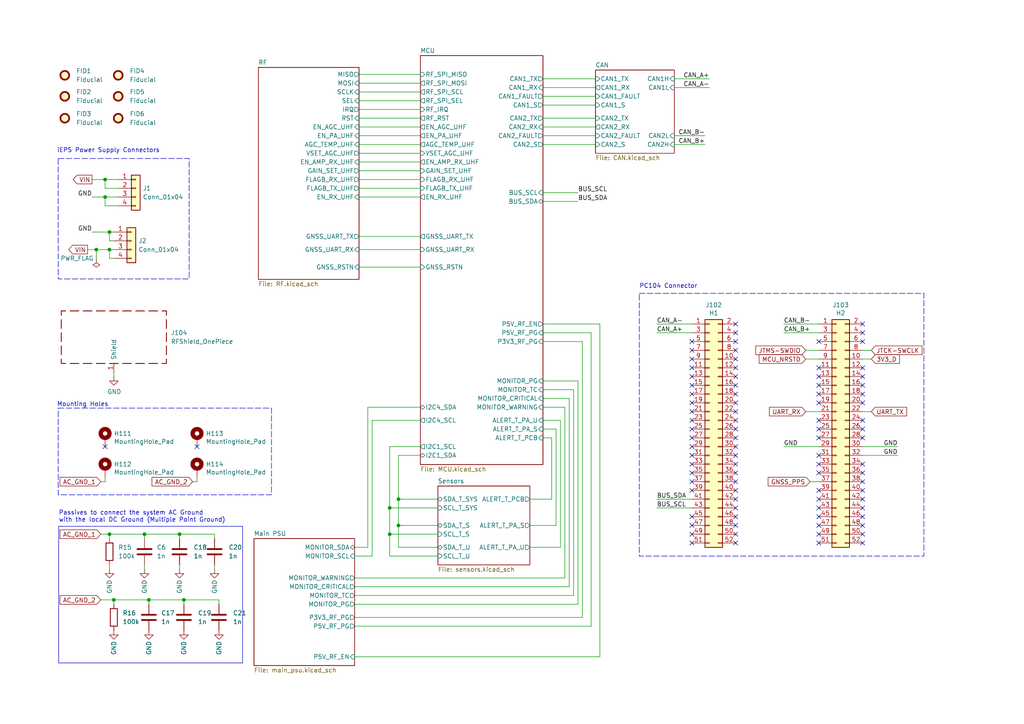
<source format=kicad_sch>
(kicad_sch (version 20230121) (generator eeschema)
  (paper "A4")
  (title_block (title "SatNOGS COMMS") (date "2020-02-20") (company "Libre Space Foundation") (comment 1 "CERN OHL version 1.2"))
  (lib_symbols
    (symbol "Connector_Generic:Conn_01x04" (pin_names (offset 1.016) hide)
      (property "Reference" "J" (at 0 5.08 0))
      (property "Value" "Conn_01x04" (at 0 -7.62 0))
      (symbol "Conn_01x04_1_1"
        (rectangle (start -1.27 -4.953) (end 0 -5.207) (stroke (width 0.1524)))
        (rectangle (start -1.27 -2.413) (end 0 -2.667) (stroke (width 0.1524)))
        (rectangle (start -1.27 0.127) (end 0 -0.127) (stroke (width 0.1524)))
        (rectangle (start -1.27 2.667) (end 0 2.413) (stroke (width 0.1524)))
        (rectangle (start -1.27 3.81) (end 1.27 -6.35) (stroke (width 0.254)) (fill (type background)))
        (pin passive line (at -5.08 2.54 0) (length 3.81) (name "Pin_1") (number "1"))
        (pin passive line (at -5.08 0 0) (length 3.81) (name "Pin_2") (number "2"))
        (pin passive line (at -5.08 -2.54 0) (length 3.81) (name "Pin_3") (number "3"))
        (pin passive line (at -5.08 -5.08 0) (length 3.81) (name "Pin_4") (number "4"))
      )
    )
    (symbol "Connector_Generic:Conn_02x26_Odd_Even" (pin_names (offset 1.016) hide)
      (property "Reference" "J" (at 1.27 33.02 0))
      (property "Value" "Conn_02x26_Odd_Even" (at 1.27 -35.56 0))
      (symbol "Conn_02x26_Odd_Even_1_1"
        (rectangle (start -1.27 -32.893) (end 0 -33.147) (stroke (width 0.1524)))
        (rectangle (start -1.27 -30.353) (end 0 -30.607) (stroke (width 0.1524)))
        (rectangle (start -1.27 -27.813) (end 0 -28.067) (stroke (width 0.1524)))
        (rectangle (start -1.27 -25.273) (end 0 -25.527) (stroke (width 0.1524)))
        (rectangle (start -1.27 -22.733) (end 0 -22.987) (stroke (width 0.1524)))
        (rectangle (start -1.27 -20.193) (end 0 -20.447) (stroke (width 0.1524)))
        (rectangle (start -1.27 -17.653) (end 0 -17.907) (stroke (width 0.1524)))
        (rectangle (start -1.27 -15.113) (end 0 -15.367) (stroke (width 0.1524)))
        (rectangle (start -1.27 -12.573) (end 0 -12.827) (stroke (width 0.1524)))
        (rectangle (start -1.27 -10.033) (end 0 -10.287) (stroke (width 0.1524)))
        (rectangle (start -1.27 -7.493) (end 0 -7.747) (stroke (width 0.1524)))
        (rectangle (start -1.27 -4.953) (end 0 -5.207) (stroke (width 0.1524)))
        (rectangle (start -1.27 -2.413) (end 0 -2.667) (stroke (width 0.1524)))
        (rectangle (start -1.27 0.127) (end 0 -0.127) (stroke (width 0.1524)))
        (rectangle (start -1.27 2.667) (end 0 2.413) (stroke (width 0.1524)))
        (rectangle (start -1.27 5.207) (end 0 4.953) (stroke (width 0.1524)))
        (rectangle (start -1.27 7.747) (end 0 7.493) (stroke (width 0.1524)))
        (rectangle (start -1.27 10.287) (end 0 10.033) (stroke (width 0.1524)))
        (rectangle (start -1.27 12.827) (end 0 12.573) (stroke (width 0.1524)))
        (rectangle (start -1.27 15.367) (end 0 15.113) (stroke (width 0.1524)))
        (rectangle (start -1.27 17.907) (end 0 17.653) (stroke (width 0.1524)))
        (rectangle (start -1.27 20.447) (end 0 20.193) (stroke (width 0.1524)))
        (rectangle (start -1.27 22.987) (end 0 22.733) (stroke (width 0.1524)))
        (rectangle (start -1.27 25.527) (end 0 25.273) (stroke (width 0.1524)))
        (rectangle (start -1.27 28.067) (end 0 27.813) (stroke (width 0.1524)))
        (rectangle (start -1.27 30.607) (end 0 30.353) (stroke (width 0.1524)))
        (rectangle (start -1.27 31.75) (end 3.81 -34.29) (stroke (width 0.254)) (fill (type background)))
        (rectangle (start 3.81 -32.893) (end 2.54 -33.147) (stroke (width 0.1524)))
        (rectangle (start 3.81 -30.353) (end 2.54 -30.607) (stroke (width 0.1524)))
        (rectangle (start 3.81 -27.813) (end 2.54 -28.067) (stroke (width 0.1524)))
        (rectangle (start 3.81 -25.273) (end 2.54 -25.527) (stroke (width 0.1524)))
        (rectangle (start 3.81 -22.733) (end 2.54 -22.987) (stroke (width 0.1524)))
        (rectangle (start 3.81 -20.193) (end 2.54 -20.447) (stroke (width 0.1524)))
        (rectangle (start 3.81 -17.653) (end 2.54 -17.907) (stroke (width 0.1524)))
        (rectangle (start 3.81 -15.113) (end 2.54 -15.367) (stroke (width 0.1524)))
        (rectangle (start 3.81 -12.573) (end 2.54 -12.827) (stroke (width 0.1524)))
        (rectangle (start 3.81 -10.033) (end 2.54 -10.287) (stroke (width 0.1524)))
        (rectangle (start 3.81 -7.493) (end 2.54 -7.747) (stroke (width 0.1524)))
        (rectangle (start 3.81 -4.953) (end 2.54 -5.207) (stroke (width 0.1524)))
        (rectangle (start 3.81 -2.413) (end 2.54 -2.667) (stroke (width 0.1524)))
        (rectangle (start 3.81 0.127) (end 2.54 -0.127) (stroke (width 0.1524)))
        (rectangle (start 3.81 2.667) (end 2.54 2.413) (stroke (width 0.1524)))
        (rectangle (start 3.81 5.207) (end 2.54 4.953) (stroke (width 0.1524)))
        (rectangle (start 3.81 7.747) (end 2.54 7.493) (stroke (width 0.1524)))
        (rectangle (start 3.81 10.287) (end 2.54 10.033) (stroke (width 0.1524)))
        (rectangle (start 3.81 12.827) (end 2.54 12.573) (stroke (width 0.1524)))
        (rectangle (start 3.81 15.367) (end 2.54 15.113) (stroke (width 0.1524)))
        (rectangle (start 3.81 17.907) (end 2.54 17.653) (stroke (width 0.1524)))
        (rectangle (start 3.81 20.447) (end 2.54 20.193) (stroke (width 0.1524)))
        (rectangle (start 3.81 22.987) (end 2.54 22.733) (stroke (width 0.1524)))
        (rectangle (start 3.81 25.527) (end 2.54 25.273) (stroke (width 0.1524)))
        (rectangle (start 3.81 28.067) (end 2.54 27.813) (stroke (width 0.1524)))
        (rectangle (start 3.81 30.607) (end 2.54 30.353) (stroke (width 0.1524)))
        (pin passive line (at -5.08 30.48 0) (length 3.81) (name "Pin_1") (number "1"))
        (pin passive line (at 7.62 20.32 180) (length 3.81) (name "Pin_10") (number "10"))
        (pin passive line (at -5.08 17.78 0) (length 3.81) (name "Pin_11") (number "11"))
        (pin passive line (at 7.62 17.78 180) (length 3.81) (name "Pin_12") (number "12"))
        (pin passive line (at -5.08 15.24 0) (length 3.81) (name "Pin_13") (number "13"))
        (pin passive line (at 7.62 15.24 180) (length 3.81) (name "Pin_14") (number "14"))
        (pin passive line (at -5.08 12.7 0) (length 3.81) (name "Pin_15") (number "15"))
        (pin passive line (at 7.62 12.7 180) (length 3.81) (name "Pin_16") (number "16"))
        (pin passive line (at -5.08 10.16 0) (length 3.81) (name "Pin_17") (number "17"))
        (pin passive line (at 7.62 10.16 180) (length 3.81) (name "Pin_18") (number "18"))
        (pin passive line (at -5.08 7.62 0) (length 3.81) (name "Pin_19") (number "19"))
        (pin passive line (at 7.62 30.48 180) (length 3.81) (name "Pin_2") (number "2"))
        (pin passive line (at 7.62 7.62 180) (length 3.81) (name "Pin_20") (number "20"))
        (pin passive line (at -5.08 5.08 0) (length 3.81) (name "Pin_21") (number "21"))
        (pin passive line (at 7.62 5.08 180) (length 3.81) (name "Pin_22") (number "22"))
        (pin passive line (at -5.08 2.54 0) (length 3.81) (name "Pin_23") (number "23"))
        (pin passive line (at 7.62 2.54 180) (length 3.81) (name "Pin_24") (number "24"))
        (pin passive line (at -5.08 0 0) (length 3.81) (name "Pin_25") (number "25"))
        (pin passive line (at 7.62 0 180) (length 3.81) (name "Pin_26") (number "26"))
        (pin passive line (at -5.08 -2.54 0) (length 3.81) (name "Pin_27") (number "27"))
        (pin passive line (at 7.62 -2.54 180) (length 3.81) (name "Pin_28") (number "28"))
        (pin passive line (at -5.08 -5.08 0) (length 3.81) (name "Pin_29") (number "29"))
        (pin passive line (at -5.08 27.94 0) (length 3.81) (name "Pin_3") (number "3"))
        (pin passive line (at 7.62 -5.08 180) (length 3.81) (name "Pin_30") (number "30"))
        (pin passive line (at -5.08 -7.62 0) (length 3.81) (name "Pin_31") (number "31"))
        (pin passive line (at 7.62 -7.62 180) (length 3.81) (name "Pin_32") (number "32"))
        (pin passive line (at -5.08 -10.16 0) (length 3.81) (name "Pin_33") (number "33"))
        (pin passive line (at 7.62 -10.16 180) (length 3.81) (name "Pin_34") (number "34"))
        (pin passive line (at -5.08 -12.7 0) (length 3.81) (name "Pin_35") (number "35"))
        (pin passive line (at 7.62 -12.7 180) (length 3.81) (name "Pin_36") (number "36"))
        (pin passive line (at -5.08 -15.24 0) (length 3.81) (name "Pin_37") (number "37"))
        (pin passive line (at 7.62 -15.24 180) (length 3.81) (name "Pin_38") (number "38"))
        (pin passive line (at -5.08 -17.78 0) (length 3.81) (name "Pin_39") (number "39"))
        (pin passive line (at 7.62 27.94 180) (length 3.81) (name "Pin_4") (number "4"))
        (pin passive line (at 7.62 -17.78 180) (length 3.81) (name "Pin_40") (number "40"))
        (pin passive line (at -5.08 -20.32 0) (length 3.81) (name "Pin_41") (number "41"))
        (pin passive line (at 7.62 -20.32 180) (length 3.81) (name "Pin_42") (number "42"))
        (pin passive line (at -5.08 -22.86 0) (length 3.81) (name "Pin_43") (number "43"))
        (pin passive line (at 7.62 -22.86 180) (length 3.81) (name "Pin_44") (number "44"))
        (pin passive line (at -5.08 -25.4 0) (length 3.81) (name "Pin_45") (number "45"))
        (pin passive line (at 7.62 -25.4 180) (length 3.81) (name "Pin_46") (number "46"))
        (pin passive line (at -5.08 -27.94 0) (length 3.81) (name "Pin_47") (number "47"))
        (pin passive line (at 7.62 -27.94 180) (length 3.81) (name "Pin_48") (number "48"))
        (pin passive line (at -5.08 -30.48 0) (length 3.81) (name "Pin_49") (number "49"))
        (pin passive line (at -5.08 25.4 0) (length 3.81) (name "Pin_5") (number "5"))
        (pin passive line (at 7.62 -30.48 180) (length 3.81) (name "Pin_50") (number "50"))
        (pin passive line (at -5.08 -33.02 0) (length 3.81) (name "Pin_51") (number "51"))
        (pin passive line (at 7.62 -33.02 180) (length 3.81) (name "Pin_52") (number "52"))
        (pin passive line (at 7.62 25.4 180) (length 3.81) (name "Pin_6") (number "6"))
        (pin passive line (at -5.08 22.86 0) (length 3.81) (name "Pin_7") (number "7"))
        (pin passive line (at 7.62 22.86 180) (length 3.81) (name "Pin_8") (number "8"))
        (pin passive line (at -5.08 20.32 0) (length 3.81) (name "Pin_9") (number "9"))
      )
    )
    (symbol "Device:C" (pin_numbers hide) (pin_names (offset 0.254))
      (property "Reference" "C" (at 0.635 2.54 0))
      (property "Value" "C" (at 0.635 -2.54 0))
      (symbol "C_0_1"
        (polyline (pts (xy -2.032 -0.762) (xy 2.032 -0.762)) (stroke (width 0.508)))
        (polyline (pts (xy -2.032 0.762) (xy 2.032 0.762)) (stroke (width 0.508)))
      )
      (symbol "C_1_1"
        (pin passive line (at 0 3.81 270) (length 2.794) (name "~") (number "1"))
        (pin passive line (at 0 -3.81 90) (length 2.794) (name "~") (number "2"))
      )
    )
    (symbol "Device:R" (pin_numbers hide) (pin_names (offset 0))
      (property "Reference" "R" (at 2.032 0 90))
      (property "Value" "R" (at 0 0 90))
      (symbol "R_0_1"
        (rectangle (start -1.016 -2.54) (end 1.016 2.54) (stroke (width 0.254)))
      )
      (symbol "R_1_1"
        (pin passive line (at 0 3.81 270) (length 1.27) (name "~") (number "1"))
        (pin passive line (at 0 -3.81 90) (length 1.27) (name "~") (number "2"))
      )
    )
    (symbol "Device:RFShield_OnePiece" (pin_names (offset 1.016))
      (property "Reference" "J" (at 0 5.08 0))
      (property "Value" "RFShield_OnePiece" (at 0 2.54 0))
      (symbol "RFShield_OnePiece_0_1"
        (polyline (pts (xy -15.24 -5.08) (xy -15.24 -2.54)) (stroke (width 0.254)))
        (polyline (pts (xy -15.24 -1.27) (xy -15.24 1.27)) (stroke (width 0.254)))
        (polyline (pts (xy -15.24 2.54) (xy -15.24 5.08)) (stroke (width 0.254)))
        (polyline (pts (xy -12.7 7.62) (xy -10.16 7.62)) (stroke (width 0.254)))
        (polyline (pts (xy -10.16 -7.62) (xy -12.7 -7.62)) (stroke (width 0.254)))
        (polyline (pts (xy -6.35 -7.62) (xy -8.89 -7.62)) (stroke (width 0.254)))
        (polyline (pts (xy -6.35 7.62) (xy -8.89 7.62)) (stroke (width 0.254)))
        (polyline (pts (xy -2.54 -7.62) (xy -5.08 -7.62)) (stroke (width 0.254)))
        (polyline (pts (xy -2.54 7.62) (xy -5.08 7.62)) (stroke (width 0.254)))
        (polyline (pts (xy -1.27 -7.62) (xy 1.27 -7.62)) (stroke (width 0.254)))
        (polyline (pts (xy 1.27 7.62) (xy -1.27 7.62)) (stroke (width 0.254)))
        (polyline (pts (xy 2.54 -7.62) (xy 5.08 -7.62)) (stroke (width 0.254)))
        (polyline (pts (xy 5.08 7.62) (xy 2.54 7.62)) (stroke (width 0.254)))
        (polyline (pts (xy 6.35 -7.62) (xy 8.89 -7.62)) (stroke (width 0.254)))
        (polyline (pts (xy 8.89 7.62) (xy 6.35 7.62)) (stroke (width 0.254)))
        (polyline (pts (xy 10.16 -7.62) (xy 12.7 -7.62)) (stroke (width 0.254)))
        (polyline (pts (xy 12.7 7.62) (xy 10.16 7.62)) (stroke (width 0.254)))
        (polyline (pts (xy 15.24 -5.08) (xy 15.24 -2.54)) (stroke (width 0.254)))
        (polyline (pts (xy 15.24 -1.27) (xy 15.24 1.27)) (stroke (width 0.254)))
        (polyline (pts (xy 15.24 2.54) (xy 15.24 5.08)) (stroke (width 0.254)))
        (polyline (pts (xy -15.24 6.35) (xy -15.24 7.62) (xy -13.97 7.62)) (stroke (width 0.254)))
        (polyline (pts (xy -13.97 -7.62) (xy -15.24 -7.62) (xy -15.24 -6.35)) (stroke (width 0.254)))
        (polyline (pts (xy 13.97 -7.62) (xy 15.24 -7.62) (xy 15.24 -6.35)) (stroke (width 0.254)))
        (polyline (pts (xy 15.24 6.35) (xy 15.24 7.62) (xy 13.97 7.62)) (stroke (width 0.254)))
      )
      (symbol "RFShield_OnePiece_1_1"
        (pin passive line (at 0 -10.16 90) (length 2.54) (name "Shield") (number "1"))
      )
    )
    (symbol "Mechanical:Fiducial"
      (property "Reference" "FID" (at 0 5.08 0))
      (property "Value" "Fiducial" (at 0 3.175 0))
      (symbol "Fiducial_0_1"
        (circle (center 0 0) (radius 1.27) (stroke (width 0.508)) (fill (type background)))
      )
    )
    (symbol "Mechanical:MountingHole_Pad" (pin_numbers hide) (pin_names (offset 1.016) hide)
      (property "Reference" "H" (at 0 6.35 0))
      (property "Value" "MountingHole_Pad" (at 0 4.445 0))
      (symbol "MountingHole_Pad_0_1"
        (circle (center 0 1.27) (radius 1.27) (stroke (width 1.27)))
      )
      (symbol "MountingHole_Pad_1_1"
        (pin input line (at 0 -2.54 90) (length 2.54) (name "1") (number "1"))
      )
    )
    (symbol "power:GND" (power) (pin_names (offset 0))
      (property "Value" "GND" (at 0 -3.81 0))
      (symbol "GND_0_1"
        (polyline (pts (xy 0 0) (xy 0 -1.27) (xy 1.27 -1.27) (xy 0 -2.54) (xy -1.27 -1.27) (xy 0 -1.27)))
      )
      (symbol "GND_1_1"
        (pin power_in line (at 0 0 270) (length 0) hide (name "GND") (number "1"))
      )
    )
    (symbol "power:PWR_FLAG" (power) (pin_numbers hide) (pin_names (offset 0) hide)
      (property "Value" "PWR_FLAG" (at 0 3.81 0))
      (symbol "PWR_FLAG_0_0"
        (pin power_out line (at 0 0 90) (length 0) (name "pwr") (number "1"))
      )
      (symbol "PWR_FLAG_0_1"
        (polyline (pts (xy 0 0) (xy 0 1.27) (xy -1.016 1.905) (xy 0 2.54) (xy 1.016 1.905) (xy 0 1.27)))
      )
    )
  )
  (junction (at 115.57 152.4))
  (junction (at 30.48 52.07))
  (junction (at 31.75 72.39))
  (junction (at 43.18 173.99))
  (junction (at 31.75 67.31))
  (junction (at 53.34 173.99))
  (junction (at 113.03 154.94))
  (junction (at 33.02 173.99))
  (junction (at 52.07 154.94))
  (junction (at 113.03 147.32))
  (junction (at 115.57 144.78))
  (junction (at 27.94 72.39))
  (junction (at 31.75 154.94))
  (junction (at 30.48 57.15))
  (junction (at 41.91 154.94))
  (no_connect (at 250.19 147.32))
  (no_connect (at 237.49 147.32))
  (no_connect (at 200.66 106.68))
  (no_connect (at 213.36 147.32))
  (no_connect (at 250.19 134.62))
  (no_connect (at 200.66 134.62))
  (no_connect (at 213.36 152.4))
  (no_connect (at 250.19 109.22))
  (no_connect (at 200.66 137.16))
  (no_connect (at 237.49 144.78))
  (no_connect (at 250.19 96.52))
  (no_connect (at 200.66 99.06))
  (no_connect (at 250.19 116.84))
  (no_connect (at 57.15 129.54))
  (no_connect (at 200.66 132.08))
  (no_connect (at 250.19 106.68))
  (no_connect (at 213.36 137.16))
  (no_connect (at 213.36 127))
  (no_connect (at 237.49 137.16))
  (no_connect (at 213.36 124.46))
  (no_connect (at 200.66 129.54))
  (no_connect (at 213.36 157.48))
  (no_connect (at 200.66 139.7))
  (no_connect (at 237.49 157.48))
  (no_connect (at 213.36 134.62))
  (no_connect (at 237.49 114.3))
  (no_connect (at 213.36 96.52))
  (no_connect (at 200.66 152.4))
  (no_connect (at 250.19 144.78))
  (no_connect (at 213.36 111.76))
  (no_connect (at 250.19 99.06))
  (no_connect (at 237.49 99.06))
  (no_connect (at 250.19 137.16))
  (no_connect (at 213.36 93.98))
  (no_connect (at 237.49 127))
  (no_connect (at 237.49 124.46))
  (no_connect (at 250.19 124.46))
  (no_connect (at 213.36 129.54))
  (no_connect (at 200.66 149.86))
  (no_connect (at 237.49 154.94))
  (no_connect (at 213.36 99.06))
  (no_connect (at 237.49 142.24))
  (no_connect (at 213.36 106.68))
  (no_connect (at 250.19 152.4))
  (no_connect (at 237.49 111.76))
  (no_connect (at 250.19 154.94))
  (no_connect (at 200.66 127))
  (no_connect (at 30.48 129.54))
  (no_connect (at 250.19 142.24))
  (no_connect (at 237.49 109.22))
  (no_connect (at 237.49 132.08))
  (no_connect (at 250.19 127))
  (no_connect (at 250.19 114.3))
  (no_connect (at 213.36 142.24))
  (no_connect (at 237.49 106.68))
  (no_connect (at 213.36 144.78))
  (no_connect (at 237.49 152.4))
  (no_connect (at 213.36 109.22))
  (no_connect (at 237.49 121.92))
  (no_connect (at 250.19 139.7))
  (no_connect (at 213.36 132.08))
  (no_connect (at 213.36 119.38))
  (no_connect (at 250.19 149.86))
  (no_connect (at 237.49 149.86))
  (no_connect (at 213.36 154.94))
  (no_connect (at 237.49 116.84))
  (no_connect (at 213.36 114.3))
  (no_connect (at 213.36 116.84))
  (no_connect (at 200.66 116.84))
  (no_connect (at 200.66 114.3))
  (no_connect (at 200.66 121.92))
  (no_connect (at 200.66 119.38))
  (no_connect (at 200.66 111.76))
  (no_connect (at 200.66 109.22))
  (no_connect (at 237.49 134.62))
  (no_connect (at 250.19 111.76))
  (no_connect (at 213.36 139.7))
  (no_connect (at 250.19 93.98))
  (no_connect (at 200.66 154.94))
  (no_connect (at 213.36 104.14))
  (no_connect (at 200.66 101.6))
  (no_connect (at 213.36 101.6))
  (no_connect (at 200.66 157.48))
  (no_connect (at 250.19 157.48))
  (no_connect (at 213.36 149.86))
  (no_connect (at 200.66 142.24))
  (no_connect (at 200.66 124.46))
  (no_connect (at 213.36 121.92))
  (no_connect (at 200.66 104.14))
  (no_connect (at 250.19 121.92))
  (wire (pts (xy 233.68 101.6) (xy 237.49 101.6)))
  (wire (pts (xy 195.58 39.37) (xy 204.47 39.37)))
  (wire (pts (xy 171.45 96.52) (xy 157.48 96.52)))
  (wire (pts (xy 250.19 132.08) (xy 260.35 132.08)))
  (wire (pts (xy 195.58 25.4) (xy 205.74 25.4)))
  (wire (pts (xy 104.14 24.13) (xy 121.92 24.13)))
  (wire (pts (xy 157.48 127) (xy 160.02 127)))
  (wire (pts (xy 157.48 36.83) (xy 172.72 36.83)))
  (wire (pts (xy 168.91 99.06) (xy 168.91 179.07)))
  (wire (pts (xy 52.07 163.83) (xy 52.07 165.1)))
  (wire (pts (xy 157.48 30.48) (xy 172.72 30.48)))
  (wire (pts (xy 57.15 138.43) (xy 57.15 139.7)))
  (wire (pts (xy 157.48 55.88) (xy 167.64 55.88)))
  (wire (pts (xy 29.21 154.94) (xy 31.75 154.94)))
  (wire (pts (xy 30.48 54.61) (xy 30.48 52.07)))
  (wire (pts (xy 115.57 132.08) (xy 121.92 132.08)))
  (wire (pts (xy 104.14 52.07) (xy 121.92 52.07)))
  (wire (pts (xy 102.87 181.61) (xy 171.45 181.61)))
  (wire (pts (xy 31.75 74.93) (xy 33.02 74.93)))
  (wire (pts (xy 31.75 163.83) (xy 31.75 165.1)))
  (wire (pts (xy 157.48 113.03) (xy 166.37 113.03)))
  (wire (pts (xy 53.34 173.99) (xy 63.5 173.99)))
  (wire (pts (xy 104.14 54.61) (xy 121.92 54.61)))
  (wire (pts (xy 30.48 52.07) (xy 34.29 52.07)))
  (wire (pts (xy 160.02 144.78) (xy 160.02 127)))
  (wire (pts (xy 157.48 34.29) (xy 172.72 34.29)))
  (wire (pts (xy 104.14 77.47) (xy 121.92 77.47)))
  (wire (pts (xy 104.14 41.91) (xy 121.92 41.91)))
  (wire (pts (xy 157.48 27.94) (xy 172.72 27.94)))
  (wire (pts (xy 43.18 175.26) (xy 43.18 173.99)))
  (wire (pts (xy 157.48 58.42) (xy 167.64 58.42)))
  (wire (pts (xy 165.1 170.18) (xy 165.1 115.57)))
  (wire (pts (xy 113.03 154.94) (xy 113.03 161.29)))
  (polyline (pts (xy 17.018 152.654) (xy 17.018 192.278)))
  (wire (pts (xy 162.56 158.75) (xy 162.56 121.92)))
  (wire (pts (xy 102.87 179.07) (xy 168.91 179.07)))
  (wire (pts (xy 102.87 172.72) (xy 166.37 172.72)))
  (wire (pts (xy 113.03 129.54) (xy 121.92 129.54)))
  (wire (pts (xy 104.14 72.39) (xy 121.92 72.39)))
  (wire (pts (xy 113.03 129.54) (xy 113.03 147.32)))
  (wire (pts (xy 30.48 57.15) (xy 34.29 57.15)))
  (wire (pts (xy 252.73 101.6) (xy 250.19 101.6)))
  (wire (pts (xy 31.75 154.94) (xy 31.75 156.21)))
  (wire (pts (xy 31.75 72.39) (xy 33.02 72.39)))
  (wire (pts (xy 227.33 96.52) (xy 237.49 96.52)))
  (wire (pts (xy 31.75 67.31) (xy 33.02 67.31)))
  (wire (pts (xy 102.87 175.26) (xy 167.64 175.26)))
  (wire (pts (xy 115.57 144.78) (xy 127 144.78)))
  (wire (pts (xy 115.57 158.75) (xy 127 158.75)))
  (wire (pts (xy 52.07 156.21) (xy 52.07 154.94)))
  (wire (pts (xy 104.14 36.83) (xy 121.92 36.83)))
  (wire (pts (xy 43.18 173.99) (xy 53.34 173.99)))
  (wire (pts (xy 34.29 54.61) (xy 30.48 54.61)))
  (wire (pts (xy 167.64 110.49) (xy 157.48 110.49)))
  (wire (pts (xy 157.48 118.11) (xy 163.83 118.11)))
  (wire (pts (xy 104.14 49.53) (xy 121.92 49.53)))
  (wire (pts (xy 27.94 74.93) (xy 27.94 72.39)))
  (wire (pts (xy 106.68 118.11) (xy 121.92 118.11)))
  (wire (pts (xy 153.67 144.78) (xy 160.02 144.78)))
  (wire (pts (xy 250.19 129.54) (xy 260.35 129.54)))
  (wire (pts (xy 41.91 163.83) (xy 41.91 165.1)))
  (wire (pts (xy 26.67 52.07) (xy 30.48 52.07)))
  (wire (pts (xy 25.4 72.39) (xy 27.94 72.39)))
  (wire (pts (xy 104.14 34.29) (xy 121.92 34.29)))
  (wire (pts (xy 157.48 99.06) (xy 168.91 99.06)))
  (wire (pts (xy 113.03 154.94) (xy 127 154.94)))
  (wire (pts (xy 190.5 93.98) (xy 200.66 93.98)))
  (wire (pts (xy 104.14 29.21) (xy 121.92 29.21)))
  (wire (pts (xy 113.03 147.32) (xy 113.03 154.94)))
  (wire (pts (xy 157.48 41.91) (xy 172.72 41.91)))
  (wire (pts (xy 104.14 46.99) (xy 121.92 46.99)))
  (wire (pts (xy 157.48 22.86) (xy 172.72 22.86)))
  (wire (pts (xy 161.29 124.46) (xy 161.29 152.4)))
  (wire (pts (xy 171.45 181.61) (xy 171.45 96.52)))
  (wire (pts (xy 33.02 69.85) (xy 31.75 69.85)))
  (wire (pts (xy 115.57 152.4) (xy 115.57 158.75)))
  (wire (pts (xy 113.03 147.32) (xy 127 147.32)))
  (wire (pts (xy 190.5 144.78) (xy 200.66 144.78)))
  (wire (pts (xy 153.67 158.75) (xy 162.56 158.75)))
  (wire (pts (xy 113.03 161.29) (xy 127 161.29)))
  (wire (pts (xy 102.87 161.29) (xy 107.95 161.29)))
  (wire (pts (xy 233.68 119.38) (xy 237.49 119.38)))
  (wire (pts (xy 234.95 139.7) (xy 237.49 139.7)))
  (wire (pts (xy 157.48 39.37) (xy 172.72 39.37)))
  (wire (pts (xy 252.73 104.14) (xy 250.19 104.14)))
  (wire (pts (xy 190.5 147.32) (xy 200.66 147.32)))
  (wire (pts (xy 157.48 124.46) (xy 161.29 124.46)))
  (wire (pts (xy 33.02 175.26) (xy 33.02 173.99)))
  (wire (pts (xy 167.64 110.49) (xy 167.64 175.26)))
  (polyline (pts (xy 17.018 192.278) (xy 70.358 192.278)))
  (wire (pts (xy 227.33 129.54) (xy 237.49 129.54)))
  (wire (pts (xy 115.57 132.08) (xy 115.57 144.78)))
  (wire (pts (xy 33.02 107.95) (xy 33.02 109.22)))
  (wire (pts (xy 166.37 172.72) (xy 166.37 113.03)))
  (wire (pts (xy 33.02 173.99) (xy 43.18 173.99)))
  (wire (pts (xy 107.95 161.29) (xy 107.95 121.92)))
  (wire (pts (xy 115.57 152.4) (xy 127 152.4)))
  (wire (pts (xy 30.48 139.7) (xy 29.21 139.7)))
  (polyline (pts (xy 70.358 192.278) (xy 70.358 152.654)))
  (wire (pts (xy 102.87 167.64) (xy 163.83 167.64)))
  (wire (pts (xy 190.5 96.52) (xy 200.66 96.52)))
  (wire (pts (xy 26.67 67.31) (xy 31.75 67.31)))
  (wire (pts (xy 31.75 154.94) (xy 41.91 154.94)))
  (wire (pts (xy 31.75 67.31) (xy 31.75 69.85)))
  (wire (pts (xy 53.34 175.26) (xy 53.34 173.99)))
  (wire (pts (xy 27.94 72.39) (xy 31.75 72.39)))
  (wire (pts (xy 195.58 41.91) (xy 204.47 41.91)))
  (wire (pts (xy 104.14 57.15) (xy 121.92 57.15)))
  (wire (pts (xy 29.21 173.99) (xy 33.02 173.99)))
  (wire (pts (xy 30.48 138.43) (xy 30.48 139.7)))
  (wire (pts (xy 31.75 72.39) (xy 31.75 74.93)))
  (wire (pts (xy 57.15 139.7) (xy 55.88 139.7)))
  (wire (pts (xy 104.14 44.45) (xy 121.92 44.45)))
  (wire (pts (xy 104.14 68.58) (xy 121.92 68.58)))
  (wire (pts (xy 104.14 39.37) (xy 121.92 39.37)))
  (wire (pts (xy 102.87 170.18) (xy 165.1 170.18)))
  (wire (pts (xy 62.23 156.21) (xy 62.23 154.94)))
  (wire (pts (xy 237.49 93.98) (xy 227.33 93.98)))
  (wire (pts (xy 26.67 57.15) (xy 30.48 57.15)))
  (wire (pts (xy 195.58 22.86) (xy 205.74 22.86)))
  (wire (pts (xy 63.5 175.26) (xy 63.5 173.99)))
  (wire (pts (xy 250.19 119.38) (xy 252.73 119.38)))
  (wire (pts (xy 41.91 156.21) (xy 41.91 154.94)))
  (polyline (pts (xy 17.018 152.654) (xy 70.358 152.654)))
  (wire (pts (xy 62.23 154.94) (xy 52.07 154.94)))
  (wire (pts (xy 153.67 152.4) (xy 161.29 152.4)))
  (wire (pts (xy 102.87 190.5) (xy 173.99 190.5)))
  (wire (pts (xy 157.48 121.92) (xy 162.56 121.92)))
  (wire (pts (xy 41.91 154.94) (xy 52.07 154.94)))
  (wire (pts (xy 163.83 167.64) (xy 163.83 118.11)))
  (wire (pts (xy 104.14 21.59) (xy 121.92 21.59)))
  (wire (pts (xy 104.14 31.75) (xy 121.92 31.75)))
  (wire (pts (xy 104.14 26.67) (xy 121.92 26.67)))
  (wire (pts (xy 173.99 190.5) (xy 173.99 93.98)))
  (wire (pts (xy 157.48 25.4) (xy 172.72 25.4)))
  (wire (pts (xy 34.29 59.69) (xy 30.48 59.69)))
  (wire (pts (xy 102.87 158.75) (xy 106.68 158.75)))
  (wire (pts (xy 30.48 59.69) (xy 30.48 57.15)))
  (wire (pts (xy 233.68 104.14) (xy 237.49 104.14)))
  (wire (pts (xy 106.68 158.75) (xy 106.68 118.11)))
  (wire (pts (xy 173.99 93.98) (xy 157.48 93.98)))
  (wire (pts (xy 115.57 144.78) (xy 115.57 152.4)))
  (wire (pts (xy 62.23 163.83) (xy 62.23 165.1)))
  (wire (pts (xy 107.95 121.92) (xy 121.92 121.92)))
  (wire (pts (xy 157.48 115.57) (xy 165.1 115.57)))
  (rectangle (start 16.891 45.974) (end 54.864 80.899) (stroke (width 0) (type dash)))
  (rectangle (start 185.42 85.09) (end 267.97 161.29) (stroke (width 0) (type dash)))
  (rectangle (start 16.891 118.364) (end 78.74 143.51) (stroke (width 0) (type dash)))
  (text "iEPS Power Supply Connectors" (at 16.51 44.45 0) (effects (font (size 1.27 1.27)) (justify left bottom)))
  (text "Passives to connect the system AC Ground\nwith the local DC Ground (Multiple Point Ground)" (at 17.018 151.638 0) (effects (font (size 1.27 1.27)) (justify left bottom)))
  (text "Mounting Holes" (at 16.51 118.11 0) (effects (font (size 1.27 1.27)) (justify left bottom)))
  (text "PC104 Connector\n" (at 185.42 83.82 0) (effects (font (size 1.27 1.27)) (justify left bottom)))
  (label "BUS_SDA" (at 190.5 144.78 0))
  (label "CAN_B+" (at 204.47 41.91 180))
  (label "GND" (at 227.33 129.54 0))
  (label "CAN_B-" (at 227.33 93.98 0))
  (label "BUS_SCL" (at 167.64 55.88 0))
  (label "GND" (at 260.35 132.08 180))
  (label "CAN_B+" (at 227.33 96.52 0))
  (label "GND" (at 26.67 67.31 180))
  (label "CAN_A+" (at 190.5 96.52 0))
  (label "GND" (at 260.35 129.54 180))
  (label "BUS_SDA" (at 167.64 58.42 0))
  (label "CAN_A-" (at 205.74 25.4 180))
  (label "CAN_B-" (at 204.47 39.37 180))
  (label "BUS_SCL" (at 190.5 147.32 0))
  (label "GND" (at 26.67 57.15 180))
  (label "CAN_A-" (at 190.5 93.98 0))
  (label "CAN_A+" (at 205.74 22.86 180))
  (global_label "AC_GND_1" (shape input) (at 29.21 154.94 180) (property "Intersheetrefs" "${INTERSHEET_REFS}" (effects hide)))
  (global_label "GNSS_PPS" (shape input) (at 234.95 139.7 180) (property "Intersheetrefs" "${INTERSHEET_REFS}" (effects hide)))
  (global_label "MCU_NRSTD" (shape input) (at 233.68 104.14 180) (property "Intersheetrefs" "${INTERSHEET_REFS}" (effects hide)))
  (global_label "UART_RX" (shape input) (at 233.68 119.38 180) (property "Intersheetrefs" "${INTERSHEET_REFS}" (effects hide)))
  (global_label "VIN" (shape output) (at 26.67 52.07 180) (property "Intersheetrefs" "${INTERSHEET_REFS}" (effects hide)))
  (global_label "AC_GND_2" (shape input) (at 29.21 173.99 180) (property "Intersheetrefs" "${INTERSHEET_REFS}" (effects hide)))
  (global_label "UART_TX" (shape input) (at 252.73 119.38 0) (property "Intersheetrefs" "${INTERSHEET_REFS}" (effects hide)))
  (global_label "JTCK-SWCLK" (shape input) (at 252.73 101.6 0) (property "Intersheetrefs" "${INTERSHEET_REFS}" (effects hide)))
  (global_label "AC_GND_1" (shape input) (at 29.21 139.7 180) (property "Intersheetrefs" "${INTERSHEET_REFS}" (effects hide)))
  (global_label "JTMS-SWDIO" (shape input) (at 233.68 101.6 180) (property "Intersheetrefs" "${INTERSHEET_REFS}" (effects hide)))
  (global_label "VIN" (shape output) (at 25.4 72.39 180) (property "Intersheetrefs" "${INTERSHEET_REFS}" (effects hide)))
  (global_label "3V3_D" (shape input) (at 252.73 104.14 0) (property "Intersheetrefs" "${INTERSHEET_REFS}" (effects hide)))
  (global_label "AC_GND_2" (shape input) (at 55.88 139.7 180) (property "Intersheetrefs" "${INTERSHEET_REFS}" (effects hide)))
  (symbol (lib_id "Mechanical:MountingHole_Pad") (at 57.15 135.89 0) (unit 1) (in_bom no)
    (property "Reference" "H114" (at 59.69 134.6454 0) (effects (justify left)))
    (property "Value" "MountingHole_Pad" (at 59.69 136.9568 0) (effects (justify left)))
    (property "Footprint" "MountingHole:MountingHole_3.2mm_M3_DIN965_Pad" (effects hide))
    (property "Sim.Enable" "0" (effects hide))
  )
  (symbol (lib_id "Mechanical:MountingHole_Pad") (at 30.48 127 0) (unit 1) (in_bom no)
    (property "Reference" "H111" (at 33.02 125.7554 0) (effects (justify left)))
    (property "Value" "MountingHole_Pad" (at 33.02 128.0668 0) (effects (justify left)))
    (property "Footprint" "MountingHole:MountingHole_3.2mm_M3_DIN965_Pad" (effects hide))
    (property "Sim.Enable" "0" (effects hide))
  )
  (symbol (lib_id "Connector_Generic:Conn_02x26_Odd_Even") (at 242.57 124.46 0) (unit 1)
    (property "Reference" "J103" (at 243.84 88.4682 0))
    (property "Value" "Η2" (at 243.84 90.7796 0))
    (property "Footprint" "librecube_pcb_template:ESQ-126-39-x-D" (effects hide))
    (property "PartNumber" "ESQ-126-39-x-D" (effects hide))
    (property "Sim.Enable" "0" (effects hide))
  )
  (symbol (lib_id "Connector_Generic:Conn_02x26_Odd_Even") (at 205.74 124.46 0) (unit 1)
    (property "Reference" "J102" (at 207.01 88.4682 0))
    (property "Value" "Η1" (at 207.01 90.7796 0))
    (property "Footprint" "librecube_pcb_template:ESQ-126-39-x-D" (effects hide))
    (property "PartNumber" "ESQ-126-39-x-D" (effects hide))
    (property "Sim.Enable" "0" (effects hide))
  )
  (symbol (lib_id "Mechanical:MountingHole_Pad") (at 57.15 127 0) (unit 1) (in_bom no)
    (property "Reference" "H113" (at 59.69 125.7554 0) (effects (justify left)))
    (property "Value" "MountingHole_Pad" (at 59.69 128.0668 0) (effects (justify left)))
    (property "Footprint" "MountingHole:MountingHole_3.2mm_M3_DIN965_Pad" (effects hide))
    (property "Sim.Enable" "0" (effects hide))
  )
  (symbol (lib_id "Mechanical:MountingHole_Pad") (at 30.48 135.89 0) (unit 1) (in_bom no)
    (property "Reference" "H112" (at 33.02 134.6454 0) (effects (justify left)))
    (property "Value" "MountingHole_Pad" (at 33.02 136.9568 0) (effects (justify left)))
    (property "Footprint" "MountingHole:MountingHole_3.2mm_M3_DIN965_Pad" (effects hide))
    (property "Sim.Enable" "0" (effects hide))
  )
  (symbol (lib_id "Device:C") (at 52.07 160.02 0) (unit 1)
    (property "Reference" "C18" (at 56.134 158.7499 0) (effects (justify left)))
    (property "Value" "1n" (at 56.134 161.2899 0) (effects (justify left)))
    (property "Footprint" "Capacitor_SMD:C_0603_1608Metric" (effects hide))
  )
  (symbol (lib_id "Device:R") (at 31.75 160.02 0) (unit 1)
    (property "Reference" "R15" (at 34.29 158.7499 0) (effects (justify left)))
    (property "Value" "100k" (at 34.29 161.2899 0) (effects (justify left)))
    (property "Footprint" "Resistor_SMD:R_0603_1608Metric_Pad0.98x0.95mm_HandSolder" (effects hide))
  )
  (symbol (lib_id "Device:R") (at 33.02 179.07 0) (unit 1)
    (property "Reference" "R16" (at 35.56 177.7999 0) (effects (justify left)))
    (property "Value" "100k" (at 35.56 180.3399 0) (effects (justify left)))
    (property "Footprint" "Resistor_SMD:R_0603_1608Metric_Pad0.98x0.95mm_HandSolder" (effects hide))
  )
  (symbol (lib_id "power:GND") (at 52.07 165.1 0) (mirror y) (unit 1)
    (property "Reference" "#PWR010" (effects hide))
    (property "Value" "GND" (at 52.07 170.18 90))
  )
  (symbol (lib_id "power:GND") (at 33.02 109.22 0) (unit 1)
    (property "Reference" "#PWR0116" (effects hide))
    (property "Value" "GND" (at 33.147 113.6142 0))
  )
  (symbol (lib_id "Mechanical:Fiducial") (at 18.796 21.844 0) (unit 1)
    (property "Reference" "FID1" (at 22.098 20.5739 0) (effects (justify left)))
    (property "Value" "Fiducial" (at 22.098 23.1139 0) (effects (justify left)))
    (property "Footprint" "Fiducial:Fiducial_1mm_Mask2mm" (effects hide))
    (property "Sim.Enable" "0" (effects hide))
  )
  (symbol (lib_id "Device:C") (at 53.34 179.07 0) (unit 1)
    (property "Reference" "C19" (at 57.404 177.7999 0) (effects (justify left)))
    (property "Value" "1n" (at 57.404 180.3399 0) (effects (justify left)))
    (property "Footprint" "Capacitor_SMD:C_0603_1608Metric" (effects hide))
  )
  (symbol (lib_id "Device:C") (at 43.18 179.07 0) (unit 1)
    (property "Reference" "C17" (at 46.736 177.7999 0) (effects (justify left)))
    (property "Value" "1n" (at 46.736 180.3399 0) (effects (justify left)))
    (property "Footprint" "Capacitor_SMD:C_0603_1608Metric" (effects hide))
  )
  (symbol (lib_id "power:PWR_FLAG") (at 27.94 74.93 180) (unit 1)
    (property "Reference" "#FLG03" (effects hide))
    (property "Value" "PWR_FLAG" (at 22.352 74.93 0))
  )
  (symbol (lib_id "power:GND") (at 33.02 182.88 0) (mirror y) (unit 1)
    (property "Reference" "#PWR025" (effects hide))
    (property "Value" "GND" (at 33.02 187.96 90))
  )
  (symbol (lib_id "power:GND") (at 43.18 182.88 0) (mirror y) (unit 1)
    (property "Reference" "#PWR0140" (effects hide))
    (property "Value" "GND" (at 43.18 187.96 90))
  )
  (symbol (lib_id "power:GND") (at 62.23 165.1 0) (mirror y) (unit 1)
    (property "Reference" "#PWR011" (effects hide))
    (property "Value" "GND" (at 62.23 170.18 90))
  )
  (symbol (lib_id "power:GND") (at 41.91 165.1 0) (mirror y) (unit 1)
    (property "Reference" "#PWR09" (effects hide))
    (property "Value" "GND" (at 41.91 170.18 90))
  )
  (symbol (lib_id "Connector_Generic:Conn_01x04") (at 39.37 54.61 0) (unit 1)
    (property "Reference" "J1" (at 41.402 54.61 0) (effects (justify left)))
    (property "Value" "Conn_01x04" (at 41.402 57.15 0) (effects (justify left)))
    (property "Footprint" "5040500491:5040500491" (effects hide))
    (property "Sim.Enable" "0" (effects hide))
  )
  (symbol (lib_id "Device:RFShield_OnePiece") (at 33.02 97.79 0) (unit 1) (in_bom no)
    (property "Reference" "J104" (at 49.53 96.5199 0) (effects (justify left)))
    (property "Value" "RFShield_OnePiece" (at 49.53 99.0599 0) (effects (justify left)))
    (property "Footprint" "satnogs-comms-lib:emi-shield-original" (effects hide))
    (property "Sim.Enable" "0" (effects hide))
  )
  (symbol (lib_id "Device:C") (at 41.91 160.02 0) (unit 1)
    (property "Reference" "C6" (at 45.466 158.7499 0) (effects (justify left)))
    (property "Value" "1n" (at 45.466 161.2899 0) (effects (justify left)))
    (property "Footprint" "Capacitor_SMD:C_0603_1608Metric" (effects hide))
  )
  (symbol (lib_id "power:GND") (at 53.34 182.88 0) (mirror y) (unit 1)
    (property "Reference" "#PWR021" (effects hide))
    (property "Value" "GND" (at 53.34 187.96 90))
  )
  (symbol (lib_id "Mechanical:Fiducial") (at 18.796 34.29 0) (unit 1)
    (property "Reference" "FID3" (at 22.098 33.0199 0) (effects (justify left)))
    (property "Value" "Fiducial" (at 22.098 35.5599 0) (effects (justify left)))
    (property "Footprint" "Fiducial:Fiducial_1mm_Mask2mm" (effects hide))
    (property "Sim.Enable" "0" (effects hide))
  )
  (symbol (lib_id "Mechanical:Fiducial") (at 34.29 21.844 0) (unit 1)
    (property "Reference" "FID4" (at 37.592 20.5739 0) (effects (justify left)))
    (property "Value" "Fiducial" (at 37.592 23.1139 0) (effects (justify left)))
    (property "Footprint" "Fiducial:Fiducial_1mm_Mask2mm" (effects hide))
    (property "Sim.Enable" "0" (effects hide))
  )
  (symbol (lib_id "Mechanical:Fiducial") (at 18.796 27.94 0) (unit 1)
    (property "Reference" "FID2" (at 22.098 26.6699 0) (effects (justify left)))
    (property "Value" "Fiducial" (at 22.098 29.2099 0) (effects (justify left)))
    (property "Footprint" "Fiducial:Fiducial_1mm_Mask2mm" (effects hide))
    (property "Sim.Enable" "0" (effects hide))
  )
  (symbol (lib_id "power:GND") (at 31.75 165.1 0) (mirror y) (unit 1)
    (property "Reference" "#PWR0135" (effects hide))
    (property "Value" "GND" (at 31.75 170.18 90))
  )
  (symbol (lib_id "Device:C") (at 62.23 160.02 0) (unit 1)
    (property "Reference" "C20" (at 66.294 158.7499 0) (effects (justify left)))
    (property "Value" "1n" (at 66.294 161.2899 0) (effects (justify left)))
    (property "Footprint" "Capacitor_SMD:C_0603_1608Metric" (effects hide))
  )
  (symbol (lib_id "power:GND") (at 63.5 182.88 0) (mirror y) (unit 1)
    (property "Reference" "#PWR0137" (effects hide))
    (property "Value" "GND" (at 63.5 187.96 90))
  )
  (symbol (lib_id "Connector_Generic:Conn_01x04") (at 38.1 69.85 0) (unit 1)
    (property "Reference" "J2" (at 40.132 69.85 0) (effects (justify left)))
    (property "Value" "Conn_01x04" (at 40.132 72.39 0) (effects (justify left)))
    (property "Footprint" "5040500491:5040500491" (effects hide))
    (property "Sim.Enable" "0" (effects hide))
  )
  (symbol (lib_id "Device:C") (at 63.5 179.07 0) (unit 1)
    (property "Reference" "C21" (at 67.564 177.7999 0) (effects (justify left)))
    (property "Value" "1n" (at 67.564 180.3399 0) (effects (justify left)))
    (property "Footprint" "Capacitor_SMD:C_0603_1608Metric" (effects hide))
  )
  (symbol (lib_id "Mechanical:Fiducial") (at 34.29 27.94 0) (unit 1)
    (property "Reference" "FID5" (at 37.592 26.6699 0) (effects (justify left)))
    (property "Value" "Fiducial" (at 37.592 29.2099 0) (effects (justify left)))
    (property "Footprint" "Fiducial:Fiducial_1mm_Mask2mm" (effects hide))
    (property "Sim.Enable" "0" (effects hide))
  )
  (symbol (lib_id "Mechanical:Fiducial") (at 34.29 34.29 0) (unit 1)
    (property "Reference" "FID6" (at 37.592 33.0199 0) (effects (justify left)))
    (property "Value" "Fiducial" (at 37.592 35.5599 0) (effects (justify left)))
    (property "Footprint" "Fiducial:Fiducial_1mm_Mask2mm" (effects hide))
    (property "Sim.Enable" "0" (effects hide))
  )
  (sheet (at 172.72 20.32) (size 22.86 24.13)
    (property "Sheetname" "CAN" (at 172.72 19.6084 0) (effects (justify left bottom)))
    (property "Sheetfile" "CAN.kicad_sch" (at 172.72 45.0346 0) (effects (justify left top)))
    (pin "CAN1H" input (at 195.58 22.86 0))
    (pin "CAN1L" input (at 195.58 25.4 0))
    (pin "CAN2H" input (at 195.58 41.91 0))
    (pin "CAN2L" input (at 195.58 39.37 0))
    (pin "CAN1_TX" input (at 172.72 22.86 180))
    (pin "CAN1_RX" output (at 172.72 25.4 180))
    (pin "CAN1_FAULT" input (at 172.72 27.94 180))
    (pin "CAN1_S" input (at 172.72 30.48 180))
    (pin "CAN2_TX" input (at 172.72 34.29 180))
    (pin "CAN2_RX" output (at 172.72 36.83 180))
    (pin "CAN2_FAULT" input (at 172.72 39.37 180))
    (pin "CAN2_S" input (at 172.72 41.91 180))
  )
  (sheet (at 121.92 16.129) (size 35.56 118.618)
    (property "Sheetname" "MCU" (at 121.92 15.4174 0) (effects (justify left bottom)))
    (property "Sheetfile" "MCU.kicad_sch" (at 121.92 135.3316 0) (effects (justify left top)))
    (pin "CAN1_TX" output (at 157.48 22.86 0))
    (pin "CAN1_RX" input (at 157.48 25.4 0))
    (pin "CAN1_FAULT" output (at 157.48 27.94 0))
    (pin "CAN1_S" output (at 157.48 30.48 0))
    (pin "CAN2_TX" output (at 157.48 34.29 0))
    (pin "CAN2_RX" input (at 157.48 36.83 0))
    (pin "CAN2_FAULT" output (at 157.48 39.37 0))
    (pin "CAN2_S" output (at 157.48 41.91 0))
    (pin "I2C1_SCL" output (at 121.92 129.54 180))
    (pin "I2C1_SDA" bidirectional (at 121.92 132.08 180))
    (pin "BUS_SDA" bidirectional (at 157.48 58.42 0))
    (pin "BUS_SCL" input (at 157.48 55.88 0))
    (pin "RF_SPI_MISO" input (at 121.92 21.59 180))
    (pin "RF_SPI_MOSI" output (at 121.92 24.13 180))
    (pin "RF_SPI_SCL" output (at 121.92 26.67 180))
    (pin "RF_SPI_SEL" output (at 121.92 29.21 180))
    (pin "RF_IRQ" input (at 121.92 31.75 180))
    (pin "RF_RST" output (at 121.92 34.29 180))
    (pin "EN_PA_UHF" output (at 121.92 39.37 180))
    (pin "EN_RX_UHF" output (at 121.92 57.15 180))
    (pin "AGC_TEMP_UHF" output (at 121.92 41.91 180))
    (pin "VSET_AGC_UHF" input (at 121.92 44.45 180))
    (pin "GAIN_SET_UHF" input (at 121.92 49.53 180))
    (pin "FLAGB_RX_UHF" input (at 121.92 52.07 180))
    (pin "FLAGB_TX_UHF" input (at 121.92 54.61 180))
    (pin "ALERT_T_PA_U" input (at 157.48 121.92 0))
    (pin "ALERT_T_PA_S" input (at 157.48 124.46 0))
    (pin "ALERT_T_PCB" input (at 157.48 127 0))
    (pin "P3V3_RF_PG" input (at 157.48 99.06 0))
    (pin "EN_AMP_RX_UHF" output (at 121.92 46.99 180))
    (pin "EN_AGC_UHF" output (at 121.92 36.83 180))
    (pin "P5V_RF_PG" input (at 157.48 96.52 0))
    (pin "P5V_RF_EN" output (at 157.48 93.98 0))
    (pin "MONITOR_PG" input (at 157.48 110.49 0))
    (pin "MONITOR_WARNING" input (at 157.48 118.11 0))
    (pin "MONITOR_CRITICAL" input (at 157.48 115.57 0))
    (pin "MONITOR_TC" input (at 157.48 113.03 0))
    (pin "GNSS_UART_TX" output (at 121.92 68.58 180))
    (pin "GNSS_UART_RX" input (at 121.92 72.39 180))
    (pin "GNSS_RSTN" input (at 121.92 77.47 180))
    (pin "I2C4_SCL" output (at 121.92 121.92 180))
    (pin "I2C4_SDA" bidirectional (at 121.92 118.11 180))
  )
  (sheet (at 74.93 19.558) (size 29.21 61.468)
    (property "Sheetname" "RF" (at 74.93 18.8464 0) (effects (justify left bottom)))
    (property "Sheetfile" "RF.kicad_sch" (at 74.93 81.6106 0) (effects (justify left top)))
    (pin "IRQ" output (at 104.14 31.75 0))
    (pin "MISO" output (at 104.14 21.59 0))
    (pin "SCLK" input (at 104.14 26.67 0))
    (pin "SEL" input (at 104.14 29.21 0))
    (pin "MOSI" input (at 104.14 24.13 0))
    (pin "RST" input (at 104.14 34.29 0))
    (pin "EN_PA_UHF" input (at 104.14 39.37 0))
    (pin "EN_RX_UHF" input (at 104.14 57.15 0))
    (pin "AGC_TEMP_UHF" input (at 104.14 41.91 0))
    (pin "VSET_AGC_UHF" output (at 104.14 44.45 0))
    (pin "GAIN_SET_UHF" output (at 104.14 49.53 0))
    (pin "FLAGB_RX_UHF" output (at 104.14 52.07 0))
    (pin "FLAGB_TX_UHF" output (at 104.14 54.61 0))
    (pin "EN_AMP_RX_UHF" input (at 104.14 46.99 0))
    (pin "EN_AGC_UHF" input (at 104.14 36.83 0))
    (pin "GNSS_UART_RX" input (at 104.14 72.39 0))
    (pin "GNSS_RSTN" input (at 104.14 77.47 0))
    (pin "GNSS_UART_TX" output (at 104.14 68.58 0))
  )
  (sheet (at 127 140.97) (size 26.67 22.86)
    (property "Sheetname" "Sensors" (at 127 140.2584 0) (effects (justify left bottom)))
    (property "Sheetfile" "sensors.kicad_sch" (at 127 164.4146 0) (effects (justify left top)))
    (pin "ALERT_T_PCB" output (at 153.67 144.78 0))
    (pin "ALERT_T_PA_U" output (at 153.67 158.75 0))
    (pin "ALERT_T_PA_S" output (at 153.67 152.4 0))
    (pin "SDA_T_SYS" bidirectional (at 127 144.78 180))
    (pin "SCL_T_SYS" input (at 127 147.32 180))
    (pin "SDA_T_S" bidirectional (at 127 152.4 180))
    (pin "SCL_T_S" input (at 127 154.94 180))
    (pin "SDA_T_U" bidirectional (at 127 158.75 180))
    (pin "SCL_T_U" input (at 127 161.29 180))
  )
  (sheet (at 73.66 156.21) (size 29.21 36.83)
    (property "Sheetname" "Main PSU" (at 73.66 155.4984 0) (effects (justify left bottom)))
    (property "Sheetfile" "main_psu.kicad_sch" (at 73.66 193.6246 0) (effects (justify left top)))
    (pin "MONITOR_SDA" bidirectional (at 102.87 158.75 0))
    (pin "MONITOR_SCL" input (at 102.87 161.29 0))
    (pin "P3V3_RF_PG" output (at 102.87 179.07 0))
    (pin "P5V_RF_EN" input (at 102.87 190.5 0))
    (pin "P5V_RF_PG" output (at 102.87 181.61 0))
    (pin "MONITOR_PG" output (at 102.87 175.26 0))
    (pin "MONITOR_WARNING" output (at 102.87 167.64 0))
    (pin "MONITOR_CRITICAL" output (at 102.87 170.18 0))
    (pin "MONITOR_TC" output (at 102.87 172.72 0))
  )
)
</source>
